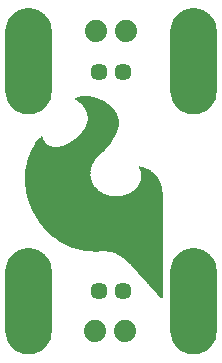
<source format=gbr>
G04 EAGLE Gerber RS-274X export*
G75*
%MOMM*%
%FSLAX34Y34*%
%LPD*%
%INBottom Copper*%
%IPPOS*%
%AMOC8*
5,1,8,0,0,1.08239X$1,22.5*%
G01*
%ADD10C,1.447800*%
%ADD11C,3.810000*%
%ADD12C,1.879600*%

G36*
X150888Y53190D02*
X150888Y53190D01*
X150960Y53191D01*
X151023Y53211D01*
X151089Y53222D01*
X151154Y53253D01*
X151223Y53275D01*
X151278Y53312D01*
X151338Y53341D01*
X151392Y53390D01*
X151451Y53430D01*
X151494Y53482D01*
X151543Y53527D01*
X151581Y53588D01*
X151626Y53644D01*
X151652Y53706D01*
X151687Y53763D01*
X151705Y53833D01*
X151733Y53899D01*
X151742Y53975D01*
X151757Y54030D01*
X151755Y54078D01*
X151763Y54137D01*
X151763Y133106D01*
X151751Y133185D01*
X151763Y135156D01*
X151762Y135158D01*
X151763Y135161D01*
X151763Y137120D01*
X151775Y137211D01*
X151783Y138712D01*
X151780Y138737D01*
X151782Y138767D01*
X151623Y141877D01*
X151618Y141904D01*
X151618Y141937D01*
X151295Y144756D01*
X151288Y144785D01*
X151286Y144821D01*
X150816Y147360D01*
X150806Y147391D01*
X150800Y147430D01*
X150200Y149705D01*
X150186Y149737D01*
X150177Y149779D01*
X149462Y151807D01*
X149445Y151840D01*
X149431Y151884D01*
X148615Y153686D01*
X148594Y153718D01*
X148576Y153763D01*
X147670Y155361D01*
X147645Y155392D01*
X147622Y155436D01*
X146634Y156855D01*
X146606Y156884D01*
X146579Y156926D01*
X145511Y158188D01*
X145481Y158215D01*
X145450Y158253D01*
X144303Y159379D01*
X144272Y159402D01*
X144240Y159436D01*
X143011Y160444D01*
X142980Y160463D01*
X142947Y160493D01*
X141637Y161395D01*
X141606Y161410D01*
X141573Y161435D01*
X140181Y162241D01*
X140152Y162253D01*
X140120Y162274D01*
X138648Y162992D01*
X138621Y163000D01*
X138592Y163017D01*
X137063Y163645D01*
X137036Y163652D01*
X137005Y163666D01*
X135285Y164245D01*
X135255Y164251D01*
X135221Y164265D01*
X133563Y164696D01*
X133534Y164699D01*
X133501Y164710D01*
X132355Y164928D01*
X132247Y164932D01*
X132140Y164944D01*
X132110Y164938D01*
X132079Y164940D01*
X131974Y164913D01*
X131868Y164894D01*
X131841Y164880D01*
X131811Y164872D01*
X131718Y164817D01*
X131622Y164769D01*
X131600Y164747D01*
X131573Y164732D01*
X131500Y164652D01*
X131422Y164578D01*
X131406Y164551D01*
X131386Y164529D01*
X131338Y164432D01*
X131284Y164339D01*
X131277Y164309D01*
X131263Y164281D01*
X131245Y164174D01*
X131220Y164070D01*
X131222Y164039D01*
X131217Y164009D01*
X131230Y163901D01*
X131236Y163794D01*
X131246Y163765D01*
X131250Y163734D01*
X131293Y163635D01*
X131330Y163534D01*
X131349Y163506D01*
X131360Y163481D01*
X131405Y163428D01*
X131468Y163338D01*
X131568Y163229D01*
X131629Y163179D01*
X131683Y163122D01*
X131721Y163099D01*
X131928Y162565D01*
X131934Y162556D01*
X131936Y162546D01*
X132055Y162337D01*
X132352Y161941D01*
X132377Y161866D01*
X132413Y161744D01*
X132419Y161735D01*
X132423Y161724D01*
X132495Y161620D01*
X132565Y161513D01*
X132571Y161508D01*
X132644Y161173D01*
X132654Y161146D01*
X132658Y161117D01*
X132720Y160970D01*
X132741Y160914D01*
X132747Y160906D01*
X132752Y160896D01*
X132903Y160635D01*
X132893Y160551D01*
X132877Y160418D01*
X132878Y160415D01*
X132877Y160412D01*
X132901Y160276D01*
X132923Y160145D01*
X132925Y160143D01*
X132925Y160140D01*
X132986Y160018D01*
X133045Y159897D01*
X133047Y159895D01*
X133048Y159893D01*
X133068Y159872D01*
X133156Y159773D01*
X133176Y159471D01*
X133181Y159447D01*
X133180Y159422D01*
X133224Y159248D01*
X133234Y159201D01*
X133237Y159196D01*
X133239Y159189D01*
X133361Y158874D01*
X133342Y158805D01*
X133306Y158677D01*
X133307Y158671D01*
X133305Y158666D01*
X133309Y158534D01*
X133312Y158400D01*
X133313Y158395D01*
X133313Y158390D01*
X133355Y158264D01*
X133395Y158137D01*
X133398Y158133D01*
X133400Y158128D01*
X133467Y158027D01*
X133443Y157686D01*
X133444Y157669D01*
X133441Y157653D01*
X133462Y157413D01*
X133543Y157042D01*
X133530Y157010D01*
X133480Y156900D01*
X133477Y156883D01*
X133471Y156867D01*
X133458Y156746D01*
X133442Y156626D01*
X133444Y156609D01*
X133443Y156592D01*
X133465Y156473D01*
X133483Y156353D01*
X133491Y156337D01*
X133494Y156320D01*
X133527Y156254D01*
X133451Y155886D01*
X133451Y155877D01*
X133448Y155869D01*
X133434Y155629D01*
X133462Y155217D01*
X133456Y155208D01*
X133396Y155115D01*
X133388Y155088D01*
X133374Y155063D01*
X133350Y154955D01*
X133319Y154850D01*
X133319Y154821D01*
X133313Y154793D01*
X133319Y154684D01*
X133320Y154573D01*
X133328Y154546D01*
X133330Y154518D01*
X133345Y154475D01*
X133217Y154097D01*
X133217Y154095D01*
X133216Y154093D01*
X133169Y153857D01*
X133138Y153427D01*
X133135Y153423D01*
X133069Y153346D01*
X133053Y153312D01*
X133031Y153281D01*
X132997Y153186D01*
X132955Y153095D01*
X132950Y153057D01*
X132937Y153021D01*
X132932Y152921D01*
X132918Y152821D01*
X132924Y152783D01*
X132922Y152746D01*
X132930Y152709D01*
X132753Y152338D01*
X132743Y152306D01*
X132679Y152118D01*
X132592Y151693D01*
X132578Y151678D01*
X132508Y151616D01*
X132484Y151578D01*
X132453Y151544D01*
X132412Y151461D01*
X132363Y151381D01*
X132351Y151337D01*
X132331Y151297D01*
X132315Y151205D01*
X132290Y151115D01*
X132291Y151069D01*
X132284Y151025D01*
X132288Y150976D01*
X132070Y150628D01*
X132049Y150580D01*
X131974Y150426D01*
X131840Y150030D01*
X131797Y149993D01*
X131725Y149943D01*
X131693Y149903D01*
X131654Y149870D01*
X131607Y149796D01*
X131552Y149728D01*
X131532Y149681D01*
X131504Y149638D01*
X131480Y149554D01*
X131447Y149473D01*
X131442Y149422D01*
X131427Y149373D01*
X131426Y149295D01*
X131178Y148982D01*
X131147Y148930D01*
X131062Y148798D01*
X130890Y148438D01*
X130871Y148432D01*
X130803Y148385D01*
X130729Y148346D01*
X130689Y148307D01*
X130643Y148276D01*
X130591Y148211D01*
X130531Y148153D01*
X130504Y148105D01*
X130469Y148061D01*
X130437Y147984D01*
X130397Y147912D01*
X130385Y147857D01*
X130363Y147806D01*
X130351Y147707D01*
X130346Y147682D01*
X130081Y147416D01*
X130043Y147364D01*
X129949Y147250D01*
X129741Y146919D01*
X129732Y146915D01*
X129699Y146908D01*
X129658Y146886D01*
X129570Y146852D01*
X129562Y146845D01*
X129551Y146841D01*
X129492Y146794D01*
X129457Y146775D01*
X129416Y146736D01*
X129362Y146693D01*
X129355Y146687D01*
X129354Y146684D01*
X129352Y146683D01*
X129328Y146649D01*
X129285Y146608D01*
X129244Y146556D01*
X129238Y146545D01*
X129228Y146536D01*
X129168Y146426D01*
X129105Y146318D01*
X129102Y146305D01*
X129095Y146293D01*
X129067Y146173D01*
X128787Y145947D01*
X128742Y145898D01*
X128640Y145798D01*
X128407Y145506D01*
X128370Y145495D01*
X128249Y145463D01*
X128238Y145457D01*
X128225Y145453D01*
X128021Y145326D01*
X127969Y145285D01*
X127938Y145251D01*
X127892Y145215D01*
X127799Y145122D01*
X127790Y145110D01*
X127779Y145101D01*
X127709Y145000D01*
X127635Y144900D01*
X127630Y144886D01*
X127621Y144874D01*
X127586Y144775D01*
X127301Y144590D01*
X127250Y144546D01*
X127142Y144461D01*
X126892Y144210D01*
X126871Y144206D01*
X126749Y144188D01*
X126735Y144182D01*
X126721Y144179D01*
X126504Y144075D01*
X126393Y144003D01*
X126359Y143974D01*
X126311Y143944D01*
X126152Y143815D01*
X126140Y143803D01*
X126126Y143794D01*
X126047Y143701D01*
X125964Y143612D01*
X125957Y143597D01*
X125946Y143584D01*
X125910Y143507D01*
X125629Y143365D01*
X125573Y143325D01*
X125460Y143255D01*
X125201Y143046D01*
X125199Y143046D01*
X125077Y143041D01*
X125061Y143036D01*
X125045Y143034D01*
X124818Y142953D01*
X124636Y142861D01*
X124599Y142835D01*
X124549Y142811D01*
X124308Y142655D01*
X124294Y142643D01*
X124277Y142634D01*
X124190Y142552D01*
X124100Y142473D01*
X124090Y142458D01*
X124077Y142445D01*
X124044Y142391D01*
X123778Y142288D01*
X123717Y142254D01*
X123602Y142199D01*
X123343Y142031D01*
X123240Y142038D01*
X123221Y142034D01*
X123202Y142034D01*
X122977Y141979D01*
X122970Y141977D01*
X122969Y141977D01*
X122702Y141874D01*
X122664Y141852D01*
X122613Y141834D01*
X122277Y141664D01*
X122259Y141651D01*
X122239Y141644D01*
X122146Y141572D01*
X122051Y141504D01*
X122038Y141488D01*
X122021Y141475D01*
X121997Y141443D01*
X121754Y141376D01*
X121690Y141348D01*
X121574Y141307D01*
X121323Y141179D01*
X121243Y141193D01*
X121222Y141191D01*
X121201Y141193D01*
X120996Y141164D01*
X120969Y141161D01*
X120966Y141160D01*
X120963Y141159D01*
X120600Y141059D01*
X120561Y141042D01*
X120510Y141030D01*
X120065Y140858D01*
X120044Y140846D01*
X120020Y140840D01*
X119923Y140779D01*
X119824Y140723D01*
X119807Y140706D01*
X119786Y140693D01*
X119778Y140683D01*
X119565Y140646D01*
X119499Y140625D01*
X119385Y140596D01*
X119149Y140506D01*
X119095Y140521D01*
X119071Y140520D01*
X119047Y140526D01*
X118863Y140517D01*
X118818Y140516D01*
X118813Y140515D01*
X118807Y140515D01*
X118338Y140433D01*
X118299Y140420D01*
X118248Y140413D01*
X117622Y140241D01*
X117605Y140233D01*
X117587Y140230D01*
X117479Y140178D01*
X117369Y140130D01*
X117355Y140118D01*
X117338Y140110D01*
X117315Y140090D01*
X117102Y140077D01*
X117034Y140062D01*
X116907Y140044D01*
X116819Y140020D01*
X116807Y140021D01*
X116789Y140027D01*
X116554Y140042D01*
X116550Y140043D01*
X115895Y140002D01*
X115849Y139993D01*
X115790Y139990D01*
X114290Y139729D01*
X114237Y139743D01*
X114198Y139742D01*
X114159Y139749D01*
X114060Y139738D01*
X113961Y139736D01*
X113924Y139723D01*
X113885Y139719D01*
X113793Y139680D01*
X113770Y139673D01*
X112365Y139776D01*
X112310Y139772D01*
X112236Y139777D01*
X110812Y139689D01*
X110802Y139692D01*
X110722Y139726D01*
X110671Y139732D01*
X110621Y139746D01*
X110534Y139747D01*
X110448Y139756D01*
X110397Y139747D01*
X110345Y139747D01*
X110279Y139727D01*
X108891Y140023D01*
X108835Y140026D01*
X108762Y140041D01*
X107302Y140149D01*
X107297Y140152D01*
X107245Y140165D01*
X107196Y140187D01*
X107112Y140199D01*
X107029Y140219D01*
X106975Y140217D01*
X106949Y140221D01*
X105577Y140719D01*
X105521Y140730D01*
X105449Y140755D01*
X103949Y141074D01*
X103945Y141077D01*
X103866Y141099D01*
X103791Y141130D01*
X102466Y141837D01*
X102411Y141857D01*
X102342Y141892D01*
X100835Y142439D01*
X99603Y143353D01*
X99550Y143381D01*
X99483Y143429D01*
X98084Y144176D01*
X97034Y145245D01*
X96984Y145282D01*
X96921Y145343D01*
X95668Y146273D01*
X95635Y146311D01*
X95634Y146311D01*
X94808Y147491D01*
X94764Y147539D01*
X94707Y147613D01*
X93701Y148638D01*
X93678Y148687D01*
X93644Y148727D01*
X93617Y148773D01*
X93566Y148820D01*
X92986Y150069D01*
X92949Y150125D01*
X92902Y150215D01*
X92143Y151299D01*
X92113Y151382D01*
X92089Y151473D01*
X92066Y151511D01*
X92051Y151552D01*
X91995Y151628D01*
X91950Y151701D01*
X91634Y152945D01*
X91608Y153008D01*
X91575Y153112D01*
X91048Y154249D01*
X91049Y154255D01*
X91046Y154292D01*
X91051Y154328D01*
X91034Y154429D01*
X91026Y154530D01*
X91013Y154565D01*
X91007Y154601D01*
X90963Y154693D01*
X90926Y154788D01*
X90903Y154817D01*
X90894Y154836D01*
X90823Y156069D01*
X90809Y156138D01*
X90795Y156250D01*
X90494Y157437D01*
X90525Y157512D01*
X90528Y157546D01*
X90539Y157579D01*
X90542Y157683D01*
X90553Y157787D01*
X90547Y157821D01*
X90548Y157855D01*
X90521Y157956D01*
X90502Y158058D01*
X90486Y158089D01*
X90478Y158122D01*
X90453Y158164D01*
X90615Y159373D01*
X90614Y159443D01*
X90622Y159555D01*
X90552Y160757D01*
X90581Y160809D01*
X90637Y160894D01*
X90648Y160930D01*
X90666Y160964D01*
X90688Y161062D01*
X90717Y161158D01*
X90717Y161196D01*
X90725Y161234D01*
X90718Y161334D01*
X90718Y161434D01*
X90707Y161471D01*
X90705Y161509D01*
X90671Y161604D01*
X91052Y162774D01*
X91064Y162841D01*
X91091Y162944D01*
X91251Y164148D01*
X91254Y164151D01*
X91294Y164179D01*
X91350Y164250D01*
X91413Y164314D01*
X91436Y164357D01*
X91466Y164395D01*
X91500Y164479D01*
X91542Y164559D01*
X91552Y164606D01*
X91570Y164651D01*
X91578Y164741D01*
X91596Y164830D01*
X91591Y164878D01*
X91596Y164926D01*
X91576Y165036D01*
X91571Y165089D01*
X92152Y166191D01*
X92174Y166254D01*
X92215Y166341D01*
X92599Y167518D01*
X92639Y167539D01*
X92690Y167575D01*
X92747Y167602D01*
X92803Y167654D01*
X92865Y167698D01*
X92904Y167747D01*
X92950Y167790D01*
X92989Y167855D01*
X93036Y167915D01*
X93059Y167973D01*
X93091Y168027D01*
X93110Y168101D01*
X93138Y168172D01*
X93143Y168234D01*
X93159Y168295D01*
X93157Y168384D01*
X93162Y168447D01*
X93154Y168486D01*
X93153Y168535D01*
X93915Y169564D01*
X93944Y169618D01*
X93993Y169688D01*
X94590Y170821D01*
X94622Y170831D01*
X94662Y170850D01*
X94706Y170861D01*
X94787Y170910D01*
X94871Y170950D01*
X94905Y170980D01*
X94943Y171003D01*
X95024Y171088D01*
X95077Y171135D01*
X95089Y171156D01*
X95109Y171177D01*
X95226Y171335D01*
X95251Y171382D01*
X95284Y171423D01*
X95316Y171503D01*
X95357Y171578D01*
X95368Y171630D01*
X95387Y171680D01*
X95399Y171783D01*
X95413Y171849D01*
X95410Y171880D01*
X95412Y171901D01*
X96339Y172853D01*
X96372Y172898D01*
X96423Y172951D01*
X97213Y174019D01*
X97247Y174029D01*
X97300Y174035D01*
X97379Y174069D01*
X97461Y174094D01*
X97505Y174123D01*
X97554Y174144D01*
X97635Y174208D01*
X97692Y174246D01*
X97712Y174270D01*
X97742Y174294D01*
X97943Y174500D01*
X98002Y174581D01*
X98067Y174658D01*
X98082Y174693D01*
X98105Y174723D01*
X98121Y174769D01*
X99344Y175940D01*
X99354Y175952D01*
X99368Y175964D01*
X100554Y177182D01*
X100627Y177210D01*
X100661Y177235D01*
X100692Y177250D01*
X100741Y177295D01*
X100820Y177353D01*
X102561Y179019D01*
X102576Y179039D01*
X102599Y179058D01*
X105340Y182000D01*
X105356Y182023D01*
X105380Y182047D01*
X107782Y184981D01*
X107798Y185008D01*
X107824Y185036D01*
X109869Y187942D01*
X109885Y187974D01*
X109912Y188008D01*
X111587Y190862D01*
X111602Y190900D01*
X111629Y190942D01*
X112925Y193722D01*
X112938Y193766D01*
X112964Y193818D01*
X113879Y196503D01*
X113888Y196554D01*
X113909Y196616D01*
X114448Y199193D01*
X114452Y199249D01*
X114466Y199323D01*
X114639Y201792D01*
X114634Y201852D01*
X114638Y201934D01*
X114451Y204315D01*
X114437Y204375D01*
X114427Y204462D01*
X113872Y206788D01*
X113849Y206846D01*
X113826Y206931D01*
X112874Y209243D01*
X112843Y209295D01*
X112809Y209372D01*
X111410Y211697D01*
X111374Y211741D01*
X111333Y211806D01*
X109430Y214153D01*
X109391Y214188D01*
X109348Y214242D01*
X106885Y216599D01*
X106847Y216626D01*
X106804Y216668D01*
X103770Y218988D01*
X103729Y219011D01*
X103681Y219048D01*
X99981Y221267D01*
X99930Y221288D01*
X99867Y221325D01*
X96305Y222861D01*
X96252Y222876D01*
X96184Y222904D01*
X92729Y223871D01*
X92675Y223878D01*
X92606Y223897D01*
X89256Y224375D01*
X89204Y224375D01*
X89138Y224385D01*
X85893Y224444D01*
X85845Y224438D01*
X85784Y224440D01*
X82656Y224142D01*
X82613Y224132D01*
X82559Y224128D01*
X79571Y223533D01*
X79534Y223520D01*
X79487Y223512D01*
X77882Y223039D01*
X77858Y223028D01*
X77832Y223023D01*
X77733Y222970D01*
X77631Y222923D01*
X77611Y222906D01*
X77588Y222894D01*
X77507Y222815D01*
X77423Y222741D01*
X77409Y222719D01*
X77390Y222700D01*
X77336Y222602D01*
X77276Y222507D01*
X77269Y222482D01*
X77256Y222459D01*
X77232Y222349D01*
X77201Y222241D01*
X77202Y222215D01*
X77196Y222189D01*
X77204Y222077D01*
X77206Y221965D01*
X77214Y221940D01*
X77216Y221914D01*
X77274Y221751D01*
X77289Y221701D01*
X77293Y221695D01*
X77296Y221687D01*
X77346Y221589D01*
X77356Y221574D01*
X77363Y221557D01*
X77435Y221461D01*
X77504Y221363D01*
X77518Y221351D01*
X77530Y221337D01*
X77721Y221191D01*
X77910Y221081D01*
X77953Y221064D01*
X78003Y221034D01*
X78319Y220894D01*
X78327Y220891D01*
X78334Y220887D01*
X78459Y220855D01*
X78585Y220819D01*
X78593Y220819D01*
X78602Y220817D01*
X78703Y220819D01*
X78924Y220653D01*
X78977Y220624D01*
X79112Y220542D01*
X79307Y220456D01*
X79354Y220372D01*
X79360Y220366D01*
X79364Y220359D01*
X79537Y220192D01*
X79814Y219984D01*
X79857Y219960D01*
X79908Y219921D01*
X80322Y219681D01*
X80469Y219622D01*
X80578Y219578D01*
X80667Y219568D01*
X80806Y219433D01*
X80828Y219416D01*
X80992Y219291D01*
X81122Y219216D01*
X81157Y219133D01*
X81307Y218945D01*
X81651Y218611D01*
X81694Y218580D01*
X81743Y218532D01*
X82122Y218247D01*
X82134Y218241D01*
X82145Y218231D01*
X82255Y218175D01*
X82355Y218120D01*
X82403Y218064D01*
X82454Y218020D01*
X82554Y217922D01*
X82839Y217708D01*
X82847Y217683D01*
X82882Y217564D01*
X82890Y217552D01*
X82894Y217539D01*
X83026Y217338D01*
X83080Y217276D01*
X83144Y217220D01*
X83202Y217157D01*
X83248Y217130D01*
X83288Y217094D01*
X83366Y217059D01*
X83439Y217015D01*
X83446Y217013D01*
X83800Y216539D01*
X83845Y216494D01*
X83900Y216425D01*
X84330Y216008D01*
X84334Y216005D01*
X84337Y216001D01*
X84418Y215944D01*
X84482Y215863D01*
X84564Y215688D01*
X84864Y215214D01*
X84903Y215169D01*
X84947Y215102D01*
X85175Y214837D01*
X85180Y214832D01*
X85184Y214826D01*
X85285Y214741D01*
X85365Y214671D01*
X85387Y214629D01*
X85420Y214583D01*
X85460Y214522D01*
X85504Y214403D01*
X85717Y213994D01*
X85754Y213941D01*
X85800Y213862D01*
X86029Y213555D01*
X86122Y213461D01*
X86193Y213389D01*
X86195Y213385D01*
X86196Y213383D01*
X86197Y213380D01*
X86254Y213278D01*
X86286Y213160D01*
X86467Y212712D01*
X86501Y212653D01*
X86546Y212559D01*
X86777Y212193D01*
X86856Y212101D01*
X86913Y212029D01*
X86940Y211972D01*
X86958Y211862D01*
X87102Y211365D01*
X87131Y211301D01*
X87172Y211190D01*
X87399Y210753D01*
X87463Y210663D01*
X87504Y210599D01*
X87508Y210503D01*
X87605Y209954D01*
X87627Y209888D01*
X87661Y209761D01*
X87871Y209241D01*
X87923Y209153D01*
X87927Y209142D01*
X87924Y209082D01*
X87962Y208483D01*
X87970Y208444D01*
X87970Y208421D01*
X87979Y208393D01*
X87998Y208277D01*
X88172Y207675D01*
X88192Y207630D01*
X88187Y207598D01*
X88156Y206965D01*
X88162Y206901D01*
X88170Y206752D01*
X88288Y206081D01*
X88282Y206062D01*
X88179Y205412D01*
X88178Y205346D01*
X88169Y205201D01*
X88212Y204522D01*
X88200Y204492D01*
X88027Y203842D01*
X88019Y203774D01*
X87996Y203642D01*
X87963Y202953D01*
X87940Y202909D01*
X87701Y202269D01*
X87686Y202201D01*
X87652Y202084D01*
X87542Y201388D01*
X87508Y201334D01*
X87207Y200703D01*
X87187Y200638D01*
X87146Y200538D01*
X86959Y199834D01*
X86917Y199780D01*
X86552Y199148D01*
X86528Y199087D01*
X86484Y199003D01*
X86221Y198297D01*
X86180Y198250D01*
X85743Y197605D01*
X85717Y197550D01*
X85672Y197480D01*
X85336Y196775D01*
X85304Y196743D01*
X84783Y196070D01*
X84756Y196021D01*
X84712Y195963D01*
X84350Y195337D01*
X84263Y195269D01*
X84255Y195257D01*
X84244Y195248D01*
X84175Y195145D01*
X84103Y195043D01*
X84099Y195030D01*
X84091Y195018D01*
X84088Y195007D01*
X83663Y194519D01*
X83635Y194476D01*
X83592Y194427D01*
X83156Y193782D01*
X83143Y193772D01*
X82510Y193120D01*
X82482Y193081D01*
X82440Y193039D01*
X81995Y192463D01*
X81975Y192428D01*
X81942Y192395D01*
X81922Y192369D01*
X81900Y192353D01*
X81841Y192316D01*
X81827Y192300D01*
X81808Y192286D01*
X81360Y191868D01*
X81333Y191834D01*
X81292Y191797D01*
X80785Y191215D01*
X80767Y191187D01*
X80739Y191162D01*
X80722Y191143D01*
X80667Y191113D01*
X80649Y191094D01*
X80623Y191077D01*
X80111Y190641D01*
X80084Y190610D01*
X80045Y190579D01*
X79494Y190011D01*
X79472Y189980D01*
X79439Y189953D01*
X79410Y189939D01*
X79387Y189919D01*
X79356Y189900D01*
X78786Y189456D01*
X78759Y189428D01*
X78720Y189400D01*
X78133Y188851D01*
X78104Y188814D01*
X78100Y188812D01*
X78077Y188802D01*
X78053Y188782D01*
X78018Y188763D01*
X77393Y188318D01*
X77366Y188292D01*
X77327Y188266D01*
X76712Y187741D01*
X76684Y187710D01*
X76679Y187708D01*
X76653Y187688D01*
X76616Y187671D01*
X75943Y187234D01*
X75914Y187209D01*
X75875Y187185D01*
X75240Y186690D01*
X75202Y186651D01*
X75195Y186646D01*
X75159Y186630D01*
X74442Y186211D01*
X74412Y186187D01*
X74371Y186164D01*
X73725Y185704D01*
X73688Y185669D01*
X73667Y185655D01*
X73654Y185650D01*
X72902Y185257D01*
X72870Y185234D01*
X72825Y185212D01*
X72176Y184791D01*
X72140Y184760D01*
X72099Y184736D01*
X72096Y184732D01*
X71331Y184383D01*
X71294Y184359D01*
X71245Y184338D01*
X70596Y183958D01*
X70563Y183932D01*
X70526Y183913D01*
X70508Y183895D01*
X69732Y183594D01*
X69691Y183571D01*
X69635Y183550D01*
X68988Y183212D01*
X68961Y183193D01*
X68931Y183180D01*
X68892Y183147D01*
X68115Y182903D01*
X68067Y182881D01*
X68003Y182860D01*
X67350Y182562D01*
X67333Y182551D01*
X67313Y182544D01*
X67248Y182498D01*
X66481Y182321D01*
X66427Y182300D01*
X66350Y182281D01*
X65676Y182019D01*
X65671Y182016D01*
X65666Y182015D01*
X65574Y181962D01*
X64833Y181860D01*
X64770Y181842D01*
X64676Y181825D01*
X63947Y181596D01*
X63862Y181556D01*
X63167Y181537D01*
X63098Y181525D01*
X62978Y181512D01*
X62224Y181338D01*
X62222Y181338D01*
X62219Y181337D01*
X62147Y181321D01*
X62127Y181313D01*
X62109Y181310D01*
X61485Y181374D01*
X61440Y181372D01*
X61257Y181370D01*
X60791Y181307D01*
X60790Y181307D01*
X60677Y181326D01*
X60565Y181350D01*
X60541Y181349D01*
X60518Y181353D01*
X60404Y181339D01*
X60289Y181330D01*
X60267Y181322D01*
X60243Y181319D01*
X60165Y181287D01*
X59746Y181401D01*
X59725Y181404D01*
X59705Y181411D01*
X59500Y181432D01*
X59472Y181435D01*
X59469Y181435D01*
X59466Y181435D01*
X59189Y181427D01*
X59171Y181440D01*
X59132Y181479D01*
X59058Y181519D01*
X58990Y181567D01*
X58938Y181585D01*
X58889Y181611D01*
X58792Y181634D01*
X58728Y181655D01*
X58695Y181656D01*
X58655Y181666D01*
X58248Y181707D01*
X58161Y181704D01*
X58074Y181709D01*
X58018Y181698D01*
X57972Y181696D01*
X57917Y181677D01*
X57869Y181667D01*
X57814Y181693D01*
X57768Y181708D01*
X57726Y181731D01*
X57617Y181756D01*
X57551Y181777D01*
X57524Y181778D01*
X57517Y181780D01*
X57478Y181824D01*
X57430Y181855D01*
X57397Y181886D01*
X57344Y181912D01*
X57277Y181955D01*
X56790Y182193D01*
X56724Y182214D01*
X56623Y182256D01*
X56182Y182377D01*
X56111Y182386D01*
X56040Y182404D01*
X55965Y182404D01*
X55908Y182411D01*
X55861Y182403D01*
X55800Y182402D01*
X55799Y182402D01*
X55784Y182414D01*
X55728Y182445D01*
X55678Y182484D01*
X55597Y182517D01*
X55542Y182548D01*
X55503Y182556D01*
X55464Y182573D01*
X55441Y182602D01*
X55405Y182665D01*
X55351Y182718D01*
X55316Y182762D01*
X55277Y182790D01*
X55233Y182833D01*
X54868Y183111D01*
X54806Y183145D01*
X54707Y183210D01*
X54409Y183356D01*
X54342Y183377D01*
X54279Y183408D01*
X54201Y183422D01*
X54146Y183440D01*
X54100Y183441D01*
X54042Y183451D01*
X54019Y183453D01*
X53996Y183478D01*
X53945Y183520D01*
X53902Y183570D01*
X53831Y183616D01*
X53784Y183656D01*
X53745Y183672D01*
X53701Y183701D01*
X53655Y183724D01*
X53642Y183762D01*
X53610Y183825D01*
X53587Y183891D01*
X53542Y183956D01*
X53515Y184008D01*
X53483Y184041D01*
X53450Y184089D01*
X53230Y184336D01*
X53176Y184381D01*
X53095Y184460D01*
X52968Y184557D01*
X52897Y184596D01*
X52832Y184644D01*
X52771Y184666D01*
X52727Y184691D01*
X52674Y184702D01*
X52606Y184727D01*
X52568Y184736D01*
X52514Y184823D01*
X52479Y184865D01*
X52452Y184912D01*
X52380Y184983D01*
X52337Y185034D01*
X52309Y185052D01*
X52280Y185080D01*
X52153Y185177D01*
X52141Y185266D01*
X52119Y185344D01*
X52106Y185424D01*
X52079Y185483D01*
X52065Y185532D01*
X52036Y185578D01*
X52006Y185643D01*
X51932Y185762D01*
X51902Y185798D01*
X51880Y185838D01*
X51814Y185903D01*
X51754Y185974D01*
X51715Y185999D01*
X51683Y186031D01*
X51581Y186087D01*
X51523Y186126D01*
X51499Y186133D01*
X51472Y186147D01*
X51448Y186157D01*
X51366Y186348D01*
X51348Y186378D01*
X51336Y186411D01*
X51257Y186526D01*
X51222Y186583D01*
X51210Y186594D01*
X51200Y186609D01*
X51000Y186832D01*
X50990Y186944D01*
X50978Y187081D01*
X50977Y187083D01*
X50977Y187085D01*
X50927Y187210D01*
X50876Y187338D01*
X50875Y187340D01*
X50874Y187341D01*
X50792Y187445D01*
X50705Y187555D01*
X50704Y187556D01*
X50703Y187558D01*
X50629Y187612D01*
X50531Y187953D01*
X50526Y187963D01*
X50524Y187975D01*
X50424Y188193D01*
X50154Y188629D01*
X50154Y188662D01*
X50126Y188761D01*
X50105Y188861D01*
X50088Y188893D01*
X50078Y188927D01*
X50071Y188939D01*
X49960Y189562D01*
X49941Y189619D01*
X49897Y189772D01*
X49873Y189826D01*
X49818Y189917D01*
X49769Y190011D01*
X49746Y190034D01*
X49729Y190062D01*
X49650Y190133D01*
X49576Y190209D01*
X49548Y190225D01*
X49523Y190247D01*
X49428Y190292D01*
X49335Y190344D01*
X49303Y190351D01*
X49274Y190365D01*
X49169Y190381D01*
X49066Y190405D01*
X49033Y190402D01*
X49001Y190407D01*
X48896Y190393D01*
X48790Y190386D01*
X48759Y190374D01*
X48727Y190370D01*
X48631Y190327D01*
X48531Y190290D01*
X48502Y190268D01*
X48475Y190256D01*
X48423Y190211D01*
X48337Y190149D01*
X47440Y189310D01*
X47407Y189269D01*
X47358Y189223D01*
X44827Y186182D01*
X44803Y186143D01*
X44765Y186098D01*
X42359Y182462D01*
X42341Y182423D01*
X42310Y182379D01*
X40120Y178214D01*
X40107Y178175D01*
X40081Y178130D01*
X38189Y173500D01*
X38179Y173460D01*
X38159Y173414D01*
X36637Y168383D01*
X36631Y168343D01*
X36615Y168295D01*
X35534Y162925D01*
X35531Y162884D01*
X35520Y162833D01*
X34944Y157185D01*
X34946Y157142D01*
X34939Y157089D01*
X34933Y151218D01*
X34939Y151174D01*
X34938Y151118D01*
X35564Y145077D01*
X35575Y145032D01*
X35580Y144975D01*
X36902Y138812D01*
X36918Y138768D01*
X36930Y138709D01*
X39012Y132469D01*
X39034Y132427D01*
X39052Y132369D01*
X41967Y126095D01*
X41993Y126055D01*
X42018Y125999D01*
X45877Y119670D01*
X45899Y119643D01*
X45920Y119605D01*
X48198Y116476D01*
X48214Y116459D01*
X48229Y116436D01*
X50676Y113418D01*
X50694Y113402D01*
X50711Y113378D01*
X53283Y110544D01*
X53302Y110527D01*
X53321Y110503D01*
X56018Y107858D01*
X56039Y107842D01*
X56061Y107818D01*
X58883Y105369D01*
X58907Y105354D01*
X58931Y105330D01*
X61881Y103082D01*
X61906Y103068D01*
X61933Y103045D01*
X65014Y101004D01*
X65040Y100991D01*
X65069Y100970D01*
X68284Y99141D01*
X68312Y99130D01*
X68343Y99110D01*
X71697Y97500D01*
X71726Y97490D01*
X71759Y97472D01*
X75257Y96086D01*
X75287Y96079D01*
X75321Y96063D01*
X78969Y94909D01*
X79000Y94904D01*
X79034Y94891D01*
X82839Y93975D01*
X82870Y93972D01*
X82905Y93962D01*
X86873Y93295D01*
X86903Y93294D01*
X86938Y93286D01*
X91076Y92877D01*
X91105Y92878D01*
X91139Y92873D01*
X95452Y92733D01*
X95480Y92736D01*
X95513Y92733D01*
X100146Y92878D01*
X100148Y92878D01*
X100150Y92878D01*
X100873Y92904D01*
X100940Y92916D01*
X101008Y92918D01*
X101075Y92940D01*
X101145Y92953D01*
X101206Y92984D01*
X101271Y93006D01*
X101338Y93051D01*
X101380Y93072D01*
X102793Y92977D01*
X102837Y92981D01*
X102892Y92976D01*
X103879Y93011D01*
X103894Y93014D01*
X103910Y93013D01*
X104030Y93039D01*
X104118Y93055D01*
X104180Y93043D01*
X104248Y93041D01*
X104384Y93029D01*
X104395Y93029D01*
X104577Y92972D01*
X105556Y92797D01*
X105602Y92796D01*
X105660Y92784D01*
X106563Y92724D01*
X106574Y92725D01*
X106585Y92722D01*
X106712Y92735D01*
X106813Y92743D01*
X106867Y92727D01*
X106931Y92718D01*
X107077Y92689D01*
X107109Y92687D01*
X107111Y92686D01*
X107331Y92589D01*
X108199Y92330D01*
X108246Y92323D01*
X108304Y92305D01*
X109126Y92158D01*
X109138Y92158D01*
X109149Y92155D01*
X109275Y92153D01*
X109379Y92150D01*
X109433Y92127D01*
X109496Y92111D01*
X109636Y92067D01*
X109716Y92053D01*
X109725Y92043D01*
X109735Y92038D01*
X109743Y92029D01*
X109951Y91909D01*
X110719Y91586D01*
X110763Y91574D01*
X110817Y91551D01*
X111562Y91329D01*
X111579Y91327D01*
X111595Y91320D01*
X111715Y91307D01*
X111811Y91293D01*
X111875Y91258D01*
X111940Y91234D01*
X112060Y91181D01*
X112197Y91140D01*
X112214Y91118D01*
X112228Y91107D01*
X112238Y91094D01*
X112433Y90954D01*
X113111Y90584D01*
X113151Y90569D01*
X113198Y90543D01*
X113873Y90258D01*
X113899Y90251D01*
X113923Y90239D01*
X114033Y90217D01*
X114111Y90197D01*
X114193Y90142D01*
X114255Y90113D01*
X114352Y90057D01*
X114545Y89975D01*
X114558Y89953D01*
X114578Y89935D01*
X114593Y89912D01*
X114720Y89803D01*
X114760Y89765D01*
X114768Y89761D01*
X114775Y89755D01*
X115380Y89352D01*
X115414Y89336D01*
X115452Y89309D01*
X116074Y88970D01*
X116112Y88956D01*
X116146Y88935D01*
X116241Y88908D01*
X116291Y88890D01*
X116392Y88811D01*
X116448Y88779D01*
X116522Y88726D01*
X116765Y88593D01*
X116769Y88585D01*
X116796Y88555D01*
X116815Y88520D01*
X116906Y88429D01*
X116951Y88377D01*
X116968Y88367D01*
X116985Y88350D01*
X117539Y87919D01*
X117567Y87903D01*
X117597Y87878D01*
X118187Y87485D01*
X118235Y87462D01*
X118279Y87431D01*
X118359Y87403D01*
X118373Y87397D01*
X118492Y87292D01*
X118539Y87262D01*
X118594Y87214D01*
X118889Y87018D01*
X118902Y87000D01*
X118925Y86952D01*
X118993Y86876D01*
X119033Y86821D01*
X119059Y86801D01*
X119085Y86772D01*
X119612Y86309D01*
X119634Y86295D01*
X119656Y86272D01*
X120236Y85822D01*
X120294Y85788D01*
X120347Y85747D01*
X120393Y85729D01*
X120515Y85611D01*
X120551Y85585D01*
X120591Y85545D01*
X120931Y85281D01*
X120952Y85233D01*
X121004Y85168D01*
X121036Y85117D01*
X121069Y85088D01*
X121103Y85046D01*
X121627Y84541D01*
X121644Y84529D01*
X121660Y84511D01*
X122249Y83994D01*
X122316Y83950D01*
X122377Y83899D01*
X122382Y83897D01*
X122487Y83789D01*
X122514Y83768D01*
X122542Y83737D01*
X122916Y83408D01*
X122928Y83379D01*
X122968Y83326D01*
X122992Y83281D01*
X123030Y83243D01*
X123072Y83187D01*
X123615Y82629D01*
X123627Y82620D01*
X123638Y82607D01*
X124255Y82013D01*
X124315Y81970D01*
X124429Y81848D01*
X124448Y81833D01*
X124466Y81810D01*
X124882Y81409D01*
X124885Y81402D01*
X124916Y81359D01*
X124935Y81321D01*
X124976Y81275D01*
X125026Y81207D01*
X125605Y80584D01*
X125613Y80578D01*
X125620Y80569D01*
X126280Y79890D01*
X126297Y79877D01*
X126347Y79822D01*
X126359Y79812D01*
X126370Y79797D01*
X126876Y79277D01*
X126879Y79273D01*
X126893Y79242D01*
X126936Y79191D01*
X126993Y79110D01*
X127625Y78414D01*
X127630Y78411D01*
X127633Y78405D01*
X128894Y77051D01*
X128895Y77050D01*
X128939Y76996D01*
X129003Y76903D01*
X129705Y76123D01*
X129707Y76122D01*
X129708Y76120D01*
X131043Y74650D01*
X131081Y74595D01*
X131867Y73722D01*
X131868Y73721D01*
X131869Y73720D01*
X134136Y71216D01*
X134139Y71213D01*
X134141Y71209D01*
X136560Y68584D01*
X136562Y68583D01*
X136563Y68581D01*
X137388Y67692D01*
X137466Y67629D01*
X138116Y66919D01*
X138781Y66192D01*
X138783Y66190D01*
X138785Y66187D01*
X139601Y65308D01*
X139625Y65289D01*
X139828Y65064D01*
X139833Y65060D01*
X139837Y65054D01*
X140135Y64733D01*
X140164Y64692D01*
X140967Y63801D01*
X140970Y63799D01*
X140972Y63796D01*
X141726Y62971D01*
X141751Y62951D01*
X141981Y62693D01*
X141985Y62689D01*
X141989Y62684D01*
X142312Y62331D01*
X142340Y62290D01*
X143083Y61456D01*
X143085Y61454D01*
X143087Y61452D01*
X143770Y60695D01*
X143796Y60673D01*
X144062Y60371D01*
X144066Y60368D01*
X144070Y60363D01*
X144421Y59974D01*
X144448Y59933D01*
X145123Y59168D01*
X145125Y59166D01*
X145127Y59164D01*
X145722Y58496D01*
X145749Y58473D01*
X146058Y58119D01*
X146061Y58116D01*
X146065Y58111D01*
X146450Y57679D01*
X146478Y57637D01*
X147068Y56961D01*
X147069Y56960D01*
X147071Y56957D01*
X147568Y56393D01*
X147597Y56369D01*
X147955Y55954D01*
X147958Y55952D01*
X147961Y55947D01*
X148387Y55464D01*
X148415Y55421D01*
X148908Y54851D01*
X148910Y54850D01*
X148911Y54848D01*
X149298Y54404D01*
X149328Y54378D01*
X149737Y53901D01*
X149740Y53898D01*
X149743Y53894D01*
X150081Y53507D01*
X150135Y53460D01*
X150183Y53406D01*
X150240Y53371D01*
X150290Y53327D01*
X150356Y53298D01*
X150417Y53260D01*
X150482Y53242D01*
X150543Y53214D01*
X150614Y53205D01*
X150683Y53186D01*
X150750Y53187D01*
X150817Y53178D01*
X150888Y53190D01*
G37*
G36*
X179415Y208988D02*
X179415Y208988D01*
X179478Y208989D01*
X182581Y209507D01*
X182621Y209522D01*
X182682Y209533D01*
X185658Y210555D01*
X185696Y210576D01*
X185754Y210597D01*
X188521Y212094D01*
X188555Y212121D01*
X188609Y212151D01*
X191092Y214084D01*
X191120Y214116D01*
X191169Y214155D01*
X193300Y216470D01*
X193323Y216506D01*
X193364Y216552D01*
X195085Y219186D01*
X195102Y219226D01*
X195135Y219278D01*
X196399Y222160D01*
X196409Y222202D01*
X196433Y222259D01*
X197205Y225309D01*
X197208Y225347D01*
X197218Y225378D01*
X197218Y225392D01*
X197222Y225412D01*
X197482Y228548D01*
X197480Y228571D01*
X197484Y228600D01*
X197484Y279400D01*
X197480Y279423D01*
X197482Y279452D01*
X197222Y282588D01*
X197211Y282629D01*
X197206Y282678D01*
X197206Y282684D01*
X197206Y282686D01*
X197205Y282691D01*
X196433Y285741D01*
X196415Y285780D01*
X196399Y285840D01*
X195135Y288722D01*
X195111Y288757D01*
X195085Y288814D01*
X193364Y291448D01*
X193335Y291479D01*
X193300Y291530D01*
X191169Y293845D01*
X191135Y293871D01*
X191092Y293916D01*
X188609Y295849D01*
X188571Y295868D01*
X188521Y295906D01*
X185754Y297403D01*
X185713Y297417D01*
X185658Y297445D01*
X182682Y298467D01*
X182640Y298473D01*
X182581Y298493D01*
X179478Y299011D01*
X179435Y299010D01*
X179373Y299019D01*
X176227Y299019D01*
X176185Y299012D01*
X176122Y299011D01*
X173019Y298493D01*
X172979Y298478D01*
X172918Y298467D01*
X169942Y297445D01*
X169904Y297425D01*
X169846Y297403D01*
X167079Y295906D01*
X167045Y295879D01*
X166991Y295849D01*
X164508Y293916D01*
X164480Y293884D01*
X164431Y293845D01*
X162300Y291530D01*
X162277Y291494D01*
X162236Y291448D01*
X160515Y288814D01*
X160498Y288774D01*
X160465Y288722D01*
X159201Y285840D01*
X159191Y285798D01*
X159167Y285741D01*
X158395Y282691D01*
X158393Y282665D01*
X158387Y282648D01*
X158388Y282630D01*
X158378Y282588D01*
X158118Y279452D01*
X158120Y279429D01*
X158116Y279400D01*
X158116Y228600D01*
X158120Y228577D01*
X158118Y228548D01*
X158378Y225412D01*
X158388Y225375D01*
X158389Y225341D01*
X158393Y225330D01*
X158395Y225309D01*
X159167Y222259D01*
X159185Y222220D01*
X159201Y222160D01*
X160465Y219278D01*
X160489Y219243D01*
X160515Y219186D01*
X162236Y216552D01*
X162265Y216521D01*
X162300Y216470D01*
X164431Y214155D01*
X164465Y214129D01*
X164508Y214084D01*
X166991Y212151D01*
X167029Y212132D01*
X167079Y212094D01*
X169846Y210597D01*
X169887Y210583D01*
X169942Y210555D01*
X172918Y209533D01*
X172960Y209527D01*
X173019Y209507D01*
X176122Y208989D01*
X176165Y208990D01*
X176227Y208981D01*
X179373Y208981D01*
X179415Y208988D01*
G37*
G36*
X39715Y208988D02*
X39715Y208988D01*
X39778Y208989D01*
X42881Y209507D01*
X42921Y209522D01*
X42982Y209533D01*
X45958Y210555D01*
X45996Y210576D01*
X46054Y210597D01*
X48821Y212094D01*
X48855Y212121D01*
X48909Y212151D01*
X51392Y214084D01*
X51420Y214116D01*
X51469Y214155D01*
X53600Y216470D01*
X53623Y216506D01*
X53664Y216552D01*
X55385Y219186D01*
X55402Y219226D01*
X55435Y219278D01*
X56699Y222160D01*
X56709Y222202D01*
X56733Y222259D01*
X57505Y225309D01*
X57508Y225347D01*
X57518Y225378D01*
X57518Y225392D01*
X57522Y225412D01*
X57782Y228548D01*
X57780Y228571D01*
X57784Y228600D01*
X57784Y279400D01*
X57780Y279423D01*
X57782Y279452D01*
X57522Y282588D01*
X57511Y282629D01*
X57506Y282678D01*
X57506Y282684D01*
X57506Y282686D01*
X57505Y282691D01*
X56733Y285741D01*
X56715Y285780D01*
X56699Y285840D01*
X55435Y288722D01*
X55411Y288757D01*
X55385Y288814D01*
X53664Y291448D01*
X53635Y291479D01*
X53600Y291530D01*
X51469Y293845D01*
X51435Y293871D01*
X51392Y293916D01*
X48909Y295849D01*
X48871Y295868D01*
X48821Y295906D01*
X46054Y297403D01*
X46013Y297417D01*
X45958Y297445D01*
X42982Y298467D01*
X42940Y298473D01*
X42881Y298493D01*
X39778Y299011D01*
X39735Y299010D01*
X39673Y299019D01*
X36527Y299019D01*
X36485Y299012D01*
X36422Y299011D01*
X33319Y298493D01*
X33279Y298478D01*
X33218Y298467D01*
X30242Y297445D01*
X30204Y297425D01*
X30146Y297403D01*
X27379Y295906D01*
X27345Y295879D01*
X27291Y295849D01*
X24808Y293916D01*
X24780Y293884D01*
X24731Y293845D01*
X22600Y291530D01*
X22577Y291494D01*
X22536Y291448D01*
X20815Y288814D01*
X20798Y288774D01*
X20765Y288722D01*
X19501Y285840D01*
X19491Y285798D01*
X19467Y285741D01*
X18695Y282691D01*
X18693Y282665D01*
X18687Y282648D01*
X18688Y282630D01*
X18678Y282588D01*
X18418Y279452D01*
X18420Y279429D01*
X18416Y279400D01*
X18416Y228600D01*
X18420Y228577D01*
X18418Y228548D01*
X18678Y225412D01*
X18688Y225375D01*
X18689Y225341D01*
X18693Y225330D01*
X18695Y225309D01*
X19467Y222259D01*
X19485Y222220D01*
X19501Y222160D01*
X20765Y219278D01*
X20789Y219243D01*
X20815Y219186D01*
X22536Y216552D01*
X22565Y216521D01*
X22600Y216470D01*
X24731Y214155D01*
X24765Y214129D01*
X24808Y214084D01*
X27291Y212151D01*
X27329Y212132D01*
X27379Y212094D01*
X30146Y210597D01*
X30187Y210583D01*
X30242Y210555D01*
X33218Y209533D01*
X33260Y209527D01*
X33319Y209507D01*
X36422Y208989D01*
X36465Y208990D01*
X36527Y208981D01*
X39673Y208981D01*
X39715Y208988D01*
G37*
G36*
X39715Y5788D02*
X39715Y5788D01*
X39778Y5789D01*
X42881Y6307D01*
X42921Y6322D01*
X42982Y6333D01*
X45958Y7355D01*
X45996Y7376D01*
X46054Y7397D01*
X48821Y8894D01*
X48855Y8921D01*
X48909Y8951D01*
X51392Y10884D01*
X51420Y10916D01*
X51469Y10955D01*
X53600Y13270D01*
X53623Y13306D01*
X53664Y13352D01*
X55385Y15986D01*
X55402Y16026D01*
X55435Y16078D01*
X56699Y18960D01*
X56709Y19002D01*
X56733Y19059D01*
X57505Y22109D01*
X57508Y22147D01*
X57518Y22178D01*
X57518Y22192D01*
X57522Y22212D01*
X57782Y25348D01*
X57780Y25371D01*
X57784Y25400D01*
X57784Y76200D01*
X57780Y76223D01*
X57782Y76252D01*
X57522Y79388D01*
X57511Y79429D01*
X57506Y79478D01*
X57506Y79484D01*
X57506Y79486D01*
X57505Y79491D01*
X56733Y82541D01*
X56715Y82580D01*
X56699Y82640D01*
X55435Y85522D01*
X55411Y85557D01*
X55385Y85614D01*
X53664Y88248D01*
X53635Y88279D01*
X53600Y88330D01*
X51469Y90645D01*
X51435Y90671D01*
X51392Y90716D01*
X48909Y92649D01*
X48871Y92668D01*
X48821Y92706D01*
X46054Y94203D01*
X46013Y94217D01*
X45958Y94245D01*
X42982Y95267D01*
X42940Y95273D01*
X42881Y95293D01*
X39778Y95811D01*
X39735Y95810D01*
X39673Y95819D01*
X36527Y95819D01*
X36485Y95812D01*
X36422Y95811D01*
X33319Y95293D01*
X33279Y95278D01*
X33218Y95267D01*
X30242Y94245D01*
X30204Y94225D01*
X30146Y94203D01*
X27379Y92706D01*
X27345Y92679D01*
X27291Y92649D01*
X24808Y90716D01*
X24780Y90684D01*
X24731Y90645D01*
X22600Y88330D01*
X22577Y88294D01*
X22536Y88248D01*
X20815Y85614D01*
X20798Y85574D01*
X20765Y85522D01*
X19501Y82640D01*
X19491Y82598D01*
X19467Y82541D01*
X18695Y79491D01*
X18693Y79465D01*
X18687Y79448D01*
X18688Y79430D01*
X18678Y79388D01*
X18418Y76252D01*
X18420Y76229D01*
X18416Y76200D01*
X18416Y25400D01*
X18420Y25377D01*
X18418Y25348D01*
X18678Y22212D01*
X18688Y22175D01*
X18689Y22141D01*
X18693Y22130D01*
X18695Y22109D01*
X19467Y19059D01*
X19485Y19020D01*
X19501Y18960D01*
X20765Y16078D01*
X20789Y16043D01*
X20815Y15986D01*
X22536Y13352D01*
X22565Y13321D01*
X22600Y13270D01*
X24731Y10955D01*
X24765Y10929D01*
X24808Y10884D01*
X27291Y8951D01*
X27329Y8932D01*
X27379Y8894D01*
X30146Y7397D01*
X30187Y7383D01*
X30242Y7355D01*
X33218Y6333D01*
X33260Y6327D01*
X33319Y6307D01*
X36422Y5789D01*
X36465Y5790D01*
X36527Y5781D01*
X39673Y5781D01*
X39715Y5788D01*
G37*
G36*
X179415Y5788D02*
X179415Y5788D01*
X179478Y5789D01*
X182581Y6307D01*
X182621Y6322D01*
X182682Y6333D01*
X185658Y7355D01*
X185696Y7376D01*
X185754Y7397D01*
X188521Y8894D01*
X188555Y8921D01*
X188609Y8951D01*
X191092Y10884D01*
X191120Y10916D01*
X191169Y10955D01*
X193300Y13270D01*
X193323Y13306D01*
X193364Y13352D01*
X195085Y15986D01*
X195102Y16026D01*
X195135Y16078D01*
X196399Y18960D01*
X196409Y19002D01*
X196433Y19059D01*
X197205Y22109D01*
X197208Y22147D01*
X197218Y22178D01*
X197218Y22192D01*
X197222Y22212D01*
X197482Y25348D01*
X197480Y25371D01*
X197484Y25400D01*
X197484Y76200D01*
X197480Y76223D01*
X197482Y76252D01*
X197222Y79388D01*
X197211Y79429D01*
X197206Y79478D01*
X197206Y79484D01*
X197206Y79486D01*
X197205Y79491D01*
X196433Y82541D01*
X196415Y82580D01*
X196399Y82640D01*
X195135Y85522D01*
X195111Y85557D01*
X195085Y85614D01*
X193364Y88248D01*
X193335Y88279D01*
X193300Y88330D01*
X191169Y90645D01*
X191135Y90671D01*
X191092Y90716D01*
X188609Y92649D01*
X188571Y92668D01*
X188521Y92706D01*
X185754Y94203D01*
X185713Y94217D01*
X185658Y94245D01*
X182682Y95267D01*
X182640Y95273D01*
X182581Y95293D01*
X179478Y95811D01*
X179435Y95810D01*
X179373Y95819D01*
X176227Y95819D01*
X176185Y95812D01*
X176122Y95811D01*
X173019Y95293D01*
X172979Y95278D01*
X172918Y95267D01*
X169942Y94245D01*
X169904Y94225D01*
X169846Y94203D01*
X167079Y92706D01*
X167045Y92679D01*
X166991Y92649D01*
X164508Y90716D01*
X164480Y90684D01*
X164431Y90645D01*
X162300Y88330D01*
X162277Y88294D01*
X162236Y88248D01*
X160515Y85614D01*
X160498Y85574D01*
X160465Y85522D01*
X159201Y82640D01*
X159191Y82598D01*
X159167Y82541D01*
X158395Y79491D01*
X158393Y79465D01*
X158387Y79448D01*
X158388Y79430D01*
X158378Y79388D01*
X158118Y76252D01*
X158120Y76229D01*
X158116Y76200D01*
X158116Y25400D01*
X158120Y25377D01*
X158118Y25348D01*
X158378Y22212D01*
X158388Y22175D01*
X158389Y22141D01*
X158393Y22130D01*
X158395Y22109D01*
X159167Y19059D01*
X159185Y19020D01*
X159201Y18960D01*
X160465Y16078D01*
X160489Y16043D01*
X160515Y15986D01*
X162236Y13352D01*
X162265Y13321D01*
X162300Y13270D01*
X164431Y10955D01*
X164465Y10929D01*
X164508Y10884D01*
X166991Y8951D01*
X167029Y8932D01*
X167079Y8894D01*
X169846Y7397D01*
X169887Y7383D01*
X169942Y7355D01*
X172918Y6333D01*
X172960Y6327D01*
X173019Y6307D01*
X176122Y5789D01*
X176165Y5790D01*
X176227Y5781D01*
X179373Y5781D01*
X179415Y5788D01*
G37*
D10*
X97950Y245110D03*
X117950Y245110D03*
D11*
X38100Y279400D03*
X38100Y228600D03*
D10*
X117950Y59690D03*
X97950Y59690D03*
D11*
X177800Y228600D03*
X177800Y279400D03*
X177800Y25400D03*
X177800Y76200D03*
X38100Y76200D03*
X38100Y25400D03*
D12*
X93980Y25400D03*
X119380Y25400D03*
X120650Y279400D03*
X95250Y279400D03*
M02*

</source>
